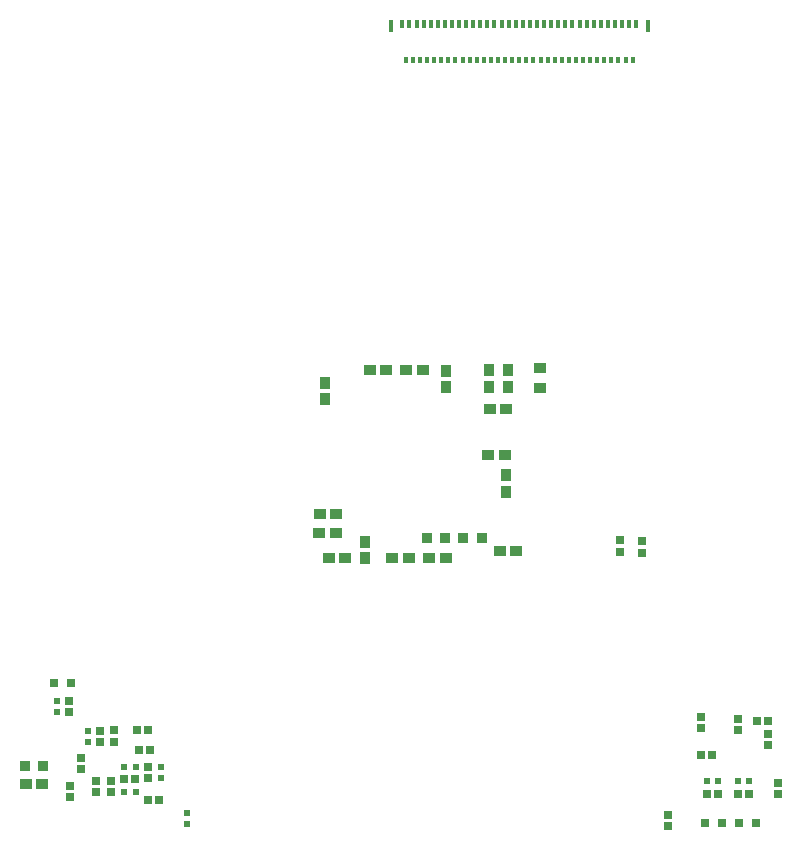
<source format=gbp>
G04*
G04 #@! TF.GenerationSoftware,Altium Limited,Altium Designer,20.1.7 (139)*
G04*
G04 Layer_Color=128*
%FSLAX25Y25*%
%MOIN*%
G70*
G04*
G04 #@! TF.SameCoordinates,F1024F09-50C5-4513-BE08-2A4FEE95A773*
G04*
G04*
G04 #@! TF.FilePolarity,Positive*
G04*
G01*
G75*
%ADD17R,0.03347X0.03543*%
%ADD31R,0.02677X0.02677*%
%ADD32R,0.02677X0.02677*%
%ADD34R,0.02284X0.02205*%
%ADD43R,0.02205X0.02284*%
%ADD44R,0.03740X0.04331*%
%ADD53R,0.04331X0.03740*%
%ADD156R,0.01181X0.02638*%
%ADD157R,0.01181X0.01968*%
%ADD158R,0.01378X0.03937*%
%ADD159R,0.02756X0.02953*%
%ADD160R,0.04134X0.03347*%
D17*
X187118Y176996D02*
D03*
X181016D02*
D03*
X175016Y177004D02*
D03*
X168913D02*
D03*
X34760Y101169D02*
D03*
X40862D02*
D03*
D31*
X240614Y172248D02*
D03*
Y175949D02*
D03*
X233327Y172579D02*
D03*
Y176279D02*
D03*
X64447Y109250D02*
D03*
Y112951D02*
D03*
X63488Y92547D02*
D03*
Y96248D02*
D03*
X58535D02*
D03*
Y92547D02*
D03*
X53396Y100187D02*
D03*
Y103888D02*
D03*
X285827Y91709D02*
D03*
Y95410D02*
D03*
X282449Y111803D02*
D03*
Y108102D02*
D03*
X272480Y113216D02*
D03*
Y116917D02*
D03*
X49976Y90744D02*
D03*
Y94445D02*
D03*
X249272Y81187D02*
D03*
Y84888D02*
D03*
X260366Y113614D02*
D03*
Y117315D02*
D03*
X60020Y112894D02*
D03*
Y109193D02*
D03*
X49559Y122839D02*
D03*
Y119138D02*
D03*
X75984Y100878D02*
D03*
Y97177D02*
D03*
D32*
X76539Y106480D02*
D03*
X72839D02*
D03*
X75945Y89614D02*
D03*
X79646D02*
D03*
X272567Y91921D02*
D03*
X276268D02*
D03*
X260221Y104921D02*
D03*
X263921D02*
D03*
X265905Y91931D02*
D03*
X262205D02*
D03*
X278795Y116004D02*
D03*
X282496D02*
D03*
X71689Y96661D02*
D03*
X67988D02*
D03*
X72205Y113055D02*
D03*
X75906D02*
D03*
D34*
X55811Y109122D02*
D03*
Y112902D02*
D03*
X88945Y85504D02*
D03*
Y81724D02*
D03*
X45429Y122886D02*
D03*
Y119106D02*
D03*
X80138Y100902D02*
D03*
Y97122D02*
D03*
D43*
X67980Y92496D02*
D03*
X71760D02*
D03*
X67984Y100921D02*
D03*
X71764D02*
D03*
X262157Y96114D02*
D03*
X265937D02*
D03*
X272492Y96096D02*
D03*
X276272D02*
D03*
D44*
X195925Y233067D02*
D03*
Y227555D02*
D03*
X195299Y198043D02*
D03*
Y192532D02*
D03*
X175220Y232780D02*
D03*
Y227268D02*
D03*
X189500Y233004D02*
D03*
Y227492D02*
D03*
X135012Y228858D02*
D03*
Y223346D02*
D03*
X148224Y175882D02*
D03*
Y170370D02*
D03*
D53*
X193189Y172878D02*
D03*
X198701D02*
D03*
X35079Y95000D02*
D03*
X40591D02*
D03*
X194791Y204909D02*
D03*
X189280D02*
D03*
X195240Y219933D02*
D03*
X189728D02*
D03*
X167559Y233185D02*
D03*
X162047D02*
D03*
X155280Y233157D02*
D03*
X149768D02*
D03*
X138603Y185006D02*
D03*
X133091D02*
D03*
X138483Y178663D02*
D03*
X132971D02*
D03*
X141630Y170472D02*
D03*
X136118D02*
D03*
X157315Y170406D02*
D03*
X162827D02*
D03*
X175087D02*
D03*
X169575D02*
D03*
D156*
X160669Y348437D02*
D03*
X163031D02*
D03*
X165394D02*
D03*
X167756D02*
D03*
X170118D02*
D03*
X172480D02*
D03*
X174842D02*
D03*
X177205D02*
D03*
X179567D02*
D03*
X181929D02*
D03*
X184291D02*
D03*
X186653D02*
D03*
X189016D02*
D03*
X191378D02*
D03*
X193740D02*
D03*
X196102D02*
D03*
X198465D02*
D03*
X200827D02*
D03*
X203189D02*
D03*
X205551D02*
D03*
X207913D02*
D03*
X210276D02*
D03*
X212638D02*
D03*
X215000D02*
D03*
X217362D02*
D03*
X219724D02*
D03*
X222087D02*
D03*
X224449D02*
D03*
X226811D02*
D03*
X229173D02*
D03*
X231535D02*
D03*
X233898D02*
D03*
X236260D02*
D03*
X238622D02*
D03*
D157*
X161850Y336370D02*
D03*
X164213D02*
D03*
X166575D02*
D03*
X168937D02*
D03*
X171299D02*
D03*
X173661D02*
D03*
X176023D02*
D03*
X178386D02*
D03*
X180748D02*
D03*
X183110D02*
D03*
X185472D02*
D03*
X187835D02*
D03*
X190197D02*
D03*
X192559D02*
D03*
X194921D02*
D03*
X197283D02*
D03*
X199646D02*
D03*
X202008D02*
D03*
X204370D02*
D03*
X206732D02*
D03*
X209094D02*
D03*
X211457D02*
D03*
X213819D02*
D03*
X216181D02*
D03*
X218543D02*
D03*
X220905D02*
D03*
X223268D02*
D03*
X225630D02*
D03*
X227992D02*
D03*
X230354D02*
D03*
X232716D02*
D03*
X235079D02*
D03*
X237441D02*
D03*
D158*
X156831Y347787D02*
D03*
X242461D02*
D03*
D159*
X50343Y128602D02*
D03*
X44634D02*
D03*
X278543Y82035D02*
D03*
X272835D02*
D03*
X267106Y82016D02*
D03*
X261398D02*
D03*
D160*
X206394Y226965D02*
D03*
Y233657D02*
D03*
M02*

</source>
